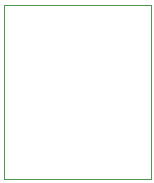
<source format=gbr>
G04 Generated by Ultiboard 14.0 *
%FSLAX24Y24*%
%MOIN*%

%ADD10C,0.0001*%
%ADD11C,0.0001*%


G04 ColorRGB 00FFFF for the following layer *
%LNBoard Outline*%
%LPD*%
G54D10*
G54D11*
X4098Y31900D02*
X9000Y31900D01*
X9000Y37700D01*
X4098Y37700D01*
X4098Y31900D01*

M02*

</source>
